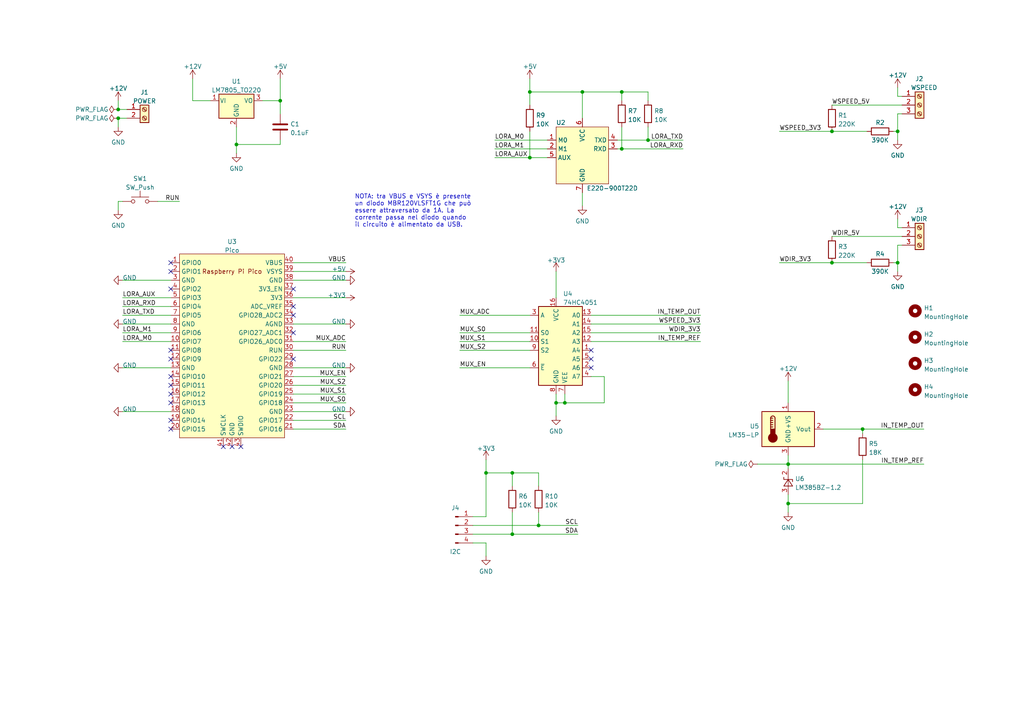
<source format=kicad_sch>
(kicad_sch (version 20211123) (generator eeschema)
  (paper "A4")
  (lib_symbols
    (symbol "74xx:74HC4051"
      (property "Reference" "U" (at -5.08 11.43 0))
      (property "Value" "74HC4051" (at -7.62 -13.97 0))
      (symbol "74HC4051_0_1"
        (rectangle (start -5.08 10.16) (end 7.62 -12.7) (stroke (width 0.254)) (fill (type background)))
      )
      (symbol "74HC4051_1_1"
        (pin passive line (at 10.16 -2.54 180) (length 2.54) (name "A4") (number "1"))
        (pin input line (at -7.62 0 0) (length 2.54) (name "S1") (number "10"))
        (pin input line (at -7.62 2.54 0) (length 2.54) (name "S0") (number "11"))
        (pin passive line (at 10.16 0 180) (length 2.54) (name "A3") (number "12"))
        (pin passive line (at 10.16 7.62 180) (length 2.54) (name "A0") (number "13"))
        (pin passive line (at 10.16 5.08 180) (length 2.54) (name "A1") (number "14"))
        (pin passive line (at 10.16 2.54 180) (length 2.54) (name "A2") (number "15"))
        (pin power_in line (at 0 12.7 270) (length 2.54) (name "VCC") (number "16"))
        (pin passive line (at 10.16 -7.62 180) (length 2.54) (name "A6") (number "2"))
        (pin passive line (at -7.62 7.62 0) (length 2.54) (name "A") (number "3"))
        (pin passive line (at 10.16 -10.16 180) (length 2.54) (name "A7") (number "4"))
        (pin passive line (at 10.16 -5.08 180) (length 2.54) (name "A5") (number "5"))
        (pin input line (at -7.62 -7.62 0) (length 2.54) (name "~{E}") (number "6"))
        (pin power_in line (at 2.54 -15.24 90) (length 2.54) (name "VEE") (number "7"))
        (pin power_in line (at 0 -15.24 90) (length 2.54) (name "GND") (number "8"))
        (pin input line (at -7.62 -2.54 0) (length 2.54) (name "S2") (number "9"))
      )
    )
    (symbol "Connector:Conn_01x04_Male" (pin_names (offset 1.016) hide)
      (property "Reference" "J" (at 0 5.08 0))
      (property "Value" "Conn_01x04_Male" (at 0 -7.62 0))
      (symbol "Conn_01x04_Male_1_1"
        (polyline (pts (xy 1.27 -5.08) (xy 0.8636 -5.08)) (stroke (width 0.1524)))
        (polyline (pts (xy 1.27 -2.54) (xy 0.8636 -2.54)) (stroke (width 0.1524)))
        (polyline (pts (xy 1.27 0) (xy 0.8636 0)) (stroke (width 0.1524)))
        (polyline (pts (xy 1.27 2.54) (xy 0.8636 2.54)) (stroke (width 0.1524)))
        (rectangle (start 0.8636 -4.953) (end 0 -5.207) (stroke (width 0.1524)) (fill (type outline)))
        (rectangle (start 0.8636 -2.413) (end 0 -2.667) (stroke (width 0.1524)) (fill (type outline)))
        (rectangle (start 0.8636 0.127) (end 0 -0.127) (stroke (width 0.1524)) (fill (type outline)))
        (rectangle (start 0.8636 2.667) (end 0 2.413) (stroke (width 0.1524)) (fill (type outline)))
        (pin passive line (at 5.08 2.54 180) (length 3.81) (name "Pin_1") (number "1"))
        (pin passive line (at 5.08 0 180) (length 3.81) (name "Pin_2") (number "2"))
        (pin passive line (at 5.08 -2.54 180) (length 3.81) (name "Pin_3") (number "3"))
        (pin passive line (at 5.08 -5.08 180) (length 3.81) (name "Pin_4") (number "4"))
      )
    )
    (symbol "Connector:Screw_Terminal_01x02" (pin_names (offset 1.016) hide)
      (property "Reference" "J" (at 0 2.54 0))
      (property "Value" "Screw_Terminal_01x02" (at 0 -5.08 0))
      (symbol "Screw_Terminal_01x02_1_1"
        (rectangle (start -1.27 1.27) (end 1.27 -3.81) (stroke (width 0.254)) (fill (type background)))
        (circle (center 0 -2.54) (radius 0.635) (stroke (width 0.1524)))
        (polyline (pts (xy -0.5334 -2.2098) (xy 0.3302 -3.048)) (stroke (width 0.1524)))
        (polyline (pts (xy -0.5334 0.3302) (xy 0.3302 -0.508)) (stroke (width 0.1524)))
        (polyline (pts (xy -0.3556 -2.032) (xy 0.508 -2.8702)) (stroke (width 0.1524)))
        (polyline (pts (xy -0.3556 0.508) (xy 0.508 -0.3302)) (stroke (width 0.1524)))
        (circle (center 0 0) (radius 0.635) (stroke (width 0.1524)))
        (pin passive line (at -5.08 0 0) (length 3.81) (name "Pin_1") (number "1"))
        (pin passive line (at -5.08 -2.54 0) (length 3.81) (name "Pin_2") (number "2"))
      )
    )
    (symbol "Connector:Screw_Terminal_01x03" (pin_names (offset 1.016) hide)
      (property "Reference" "J" (at 0 5.08 0))
      (property "Value" "Screw_Terminal_01x03" (at 0 -5.08 0))
      (symbol "Screw_Terminal_01x03_1_1"
        (rectangle (start -1.27 3.81) (end 1.27 -3.81) (stroke (width 0.254)) (fill (type background)))
        (circle (center 0 -2.54) (radius 0.635) (stroke (width 0.1524)))
        (polyline (pts (xy -0.5334 -2.2098) (xy 0.3302 -3.048)) (stroke (width 0.1524)))
        (polyline (pts (xy -0.5334 0.3302) (xy 0.3302 -0.508)) (stroke (width 0.1524)))
        (polyline (pts (xy -0.5334 2.8702) (xy 0.3302 2.032)) (stroke (width 0.1524)))
        (polyline (pts (xy -0.3556 -2.032) (xy 0.508 -2.8702)) (stroke (width 0.1524)))
        (polyline (pts (xy -0.3556 0.508) (xy 0.508 -0.3302)) (stroke (width 0.1524)))
        (polyline (pts (xy -0.3556 3.048) (xy 0.508 2.2098)) (stroke (width 0.1524)))
        (circle (center 0 0) (radius 0.635) (stroke (width 0.1524)))
        (circle (center 0 2.54) (radius 0.635) (stroke (width 0.1524)))
        (pin passive line (at -5.08 2.54 0) (length 3.81) (name "Pin_1") (number "1"))
        (pin passive line (at -5.08 0 0) (length 3.81) (name "Pin_2") (number "2"))
        (pin passive line (at -5.08 -2.54 0) (length 3.81) (name "Pin_3") (number "3"))
      )
    )
    (symbol "Device:C" (pin_numbers hide) (pin_names (offset 0.254))
      (property "Reference" "C" (at 0.635 2.54 0))
      (property "Value" "C" (at 0.635 -2.54 0))
      (symbol "C_0_1"
        (polyline (pts (xy -2.032 -0.762) (xy 2.032 -0.762)) (stroke (width 0.508)))
        (polyline (pts (xy -2.032 0.762) (xy 2.032 0.762)) (stroke (width 0.508)))
      )
      (symbol "C_1_1"
        (pin passive line (at 0 3.81 270) (length 2.794) (name "~") (number "1"))
        (pin passive line (at 0 -3.81 90) (length 2.794) (name "~") (number "2"))
      )
    )
    (symbol "Device:R" (pin_numbers hide) (pin_names (offset 0))
      (property "Reference" "R" (at 2.032 0 90))
      (property "Value" "R" (at 0 0 90))
      (symbol "R_0_1"
        (rectangle (start -1.016 -2.54) (end 1.016 2.54) (stroke (width 0.254)))
      )
      (symbol "R_1_1"
        (pin passive line (at 0 3.81 270) (length 1.27) (name "~") (number "1"))
        (pin passive line (at 0 -3.81 90) (length 1.27) (name "~") (number "2"))
      )
    )
    (symbol "EBYTE:E220-900T22D"
      (property "Reference" "U" (at -5.08 8.89 0))
      (property "Value" "E220-900T22D" (at 8.89 8.89 0))
      (symbol "E220-900T22D_0_1"
        (polyline (pts (xy -7.62 7.62) (xy 7.62 7.62) (xy 7.62 -8.89) (xy -7.62 -8.89) (xy -7.62 7.62)) (stroke (width 0.1524)) (fill (type background)))
      )
      (symbol "E220-900T22D_1_1"
        (pin input line (at -10.16 3.81 0) (length 2.54) (name "M0") (number "1"))
        (pin input line (at -10.16 1.27 0) (length 2.54) (name "M1") (number "2"))
        (pin input line (at 10.16 1.27 180) (length 2.54) (name "RXD") (number "3"))
        (pin output line (at 10.16 3.81 180) (length 2.54) (name "TXD") (number "4"))
        (pin output line (at -10.16 -1.27 0) (length 2.54) (name "AUX") (number "5"))
        (pin input line (at 0 10.16 270) (length 2.54) (name "VCC") (number "6"))
        (pin input line (at 0 -11.43 90) (length 2.54) (name "GND") (number "7"))
      )
    )
    (symbol "MCU_RaspberryPi_and_Boards:Pico"
      (property "Reference" "U" (at -13.97 27.94 0))
      (property "Value" "Pico" (at 0 19.05 0))
      (symbol "Pico_0_0"
        (text "Raspberry Pi Pico" (at 0 21.59 0) (effects (font (size 1.27 1.27))))
      )
      (symbol "Pico_0_1"
        (rectangle (start -15.24 26.67) (end 15.24 -26.67) (fill (type background)))
      )
      (symbol "Pico_1_1"
        (pin bidirectional line (at -17.78 24.13 0) (length 2.54) (name "GPIO0") (number "1"))
        (pin bidirectional line (at -17.78 1.27 0) (length 2.54) (name "GPIO7") (number "10"))
        (pin bidirectional line (at -17.78 -1.27 0) (length 2.54) (name "GPIO8") (number "11"))
        (pin bidirectional line (at -17.78 -3.81 0) (length 2.54) (name "GPIO9") (number "12"))
        (pin power_in line (at -17.78 -6.35 0) (length 2.54) (name "GND") (number "13"))
        (pin bidirectional line (at -17.78 -8.89 0) (length 2.54) (name "GPIO10") (number "14"))
        (pin bidirectional line (at -17.78 -11.43 0) (length 2.54) (name "GPIO11") (number "15"))
        (pin bidirectional line (at -17.78 -13.97 0) (length 2.54) (name "GPIO12") (number "16"))
        (pin bidirectional line (at -17.78 -16.51 0) (length 2.54) (name "GPIO13") (number "17"))
        (pin power_in line (at -17.78 -19.05 0) (length 2.54) (name "GND") (number "18"))
        (pin bidirectional line (at -17.78 -21.59 0) (length 2.54) (name "GPIO14") (number "19"))
        (pin bidirectional line (at -17.78 21.59 0) (length 2.54) (name "GPIO1") (number "2"))
        (pin bidirectional line (at -17.78 -24.13 0) (length 2.54) (name "GPIO15") (number "20"))
        (pin bidirectional line (at 17.78 -24.13 180) (length 2.54) (name "GPIO16") (number "21"))
        (pin bidirectional line (at 17.78 -21.59 180) (length 2.54) (name "GPIO17") (number "22"))
        (pin power_in line (at 17.78 -19.05 180) (length 2.54) (name "GND") (number "23"))
        (pin bidirectional line (at 17.78 -16.51 180) (length 2.54) (name "GPIO18") (number "24"))
        (pin bidirectional line (at 17.78 -13.97 180) (length 2.54) (name "GPIO19") (number "25"))
        (pin bidirectional line (at 17.78 -11.43 180) (length 2.54) (name "GPIO20") (number "26"))
        (pin bidirectional line (at 17.78 -8.89 180) (length 2.54) (name "GPIO21") (number "27"))
        (pin power_in line (at 17.78 -6.35 180) (length 2.54) (name "GND") (number "28"))
        (pin bidirectional line (at 17.78 -3.81 180) (length 2.54) (name "GPIO22") (number "29"))
        (pin power_in line (at -17.78 19.05 0) (length 2.54) (name "GND") (number "3"))
        (pin input line (at 17.78 -1.27 180) (length 2.54) (name "RUN") (number "30"))
        (pin bidirectional line (at 17.78 1.27 180) (length 2.54) (name "GPIO26_ADC0") (number "31"))
        (pin bidirectional line (at 17.78 3.81 180) (length 2.54) (name "GPIO27_ADC1") (number "32"))
        (pin power_in line (at 17.78 6.35 180) (length 2.54) (name "AGND") (number "33"))
        (pin bidirectional line (at 17.78 8.89 180) (length 2.54) (name "GPIO28_ADC2") (number "34"))
        (pin power_in line (at 17.78 11.43 180) (length 2.54) (name "ADC_VREF") (number "35"))
        (pin power_out line (at 17.78 13.97 180) (length 2.54) (name "3V3") (number "36"))
        (pin input line (at 17.78 16.51 180) (length 2.54) (name "3V3_EN") (number "37"))
        (pin power_in line (at 17.78 19.05 180) (length 2.54) (name "GND") (number "38"))
        (pin power_in line (at 17.78 21.59 180) (length 2.54) (name "VSYS") (number "39"))
        (pin bidirectional line (at -17.78 16.51 0) (length 2.54) (name "GPIO2") (number "4"))
        (pin power_in line (at 17.78 24.13 180) (length 2.54) (name "VBUS") (number "40"))
        (pin input line (at -2.54 -29.21 90) (length 2.54) (name "SWCLK") (number "41"))
        (pin power_in line (at 0 -29.21 90) (length 2.54) (name "GND") (number "42"))
        (pin bidirectional line (at 2.54 -29.21 90) (length 2.54) (name "SWDIO") (number "43"))
        (pin bidirectional line (at -17.78 13.97 0) (length 2.54) (name "GPIO3") (number "5"))
        (pin bidirectional line (at -17.78 11.43 0) (length 2.54) (name "GPIO4") (number "6"))
        (pin bidirectional line (at -17.78 8.89 0) (length 2.54) (name "GPIO5") (number "7"))
        (pin power_in line (at -17.78 6.35 0) (length 2.54) (name "GND") (number "8"))
        (pin bidirectional line (at -17.78 3.81 0) (length 2.54) (name "GPIO6") (number "9"))
      )
    )
    (symbol "Mechanical:MountingHole" (pin_names (offset 1.016))
      (property "Reference" "H" (at 0 5.08 0))
      (property "Value" "MountingHole" (at 0 3.175 0))
      (symbol "MountingHole_0_1"
        (circle (center 0 0) (radius 1.27) (stroke (width 1.27)))
      )
    )
    (symbol "Reference_Voltage:LM385BZ-1.2" (pin_names (offset 0.0254) hide)
      (property "Reference" "U" (at 0 2.54 0))
      (property "Value" "LM385BZ-1.2" (at 0 -3.175 0))
      (symbol "LM385BZ-1.2_0_1"
        (polyline (pts (xy -1.27 0) (xy 0 0) (xy 1.27 0)))
        (polyline (pts (xy -1.27 -1.27) (xy 0.635 0) (xy -1.27 1.27) (xy -1.27 -1.27)) (stroke (width 0.2032)))
        (polyline (pts (xy 0 -1.27) (xy 0.635 -1.27) (xy 0.635 1.27) (xy 1.27 1.27)) (stroke (width 0.2032)))
      )
      (symbol "LM385BZ-1.2_1_1"
        (pin passive line (at 3.81 0 180) (length 2.54) (name "K") (number "2"))
        (pin passive line (at -3.81 0 0) (length 2.54) (name "A") (number "3"))
      )
    )
    (symbol "Regulator_Linear:LM7805_TO220" (pin_names (offset 0.254))
      (property "Reference" "U" (at -3.81 3.175 0))
      (property "Value" "LM7805_TO220" (at 0 3.175 0))
      (symbol "LM7805_TO220_0_1"
        (rectangle (start -5.08 1.905) (end 5.08 -5.08) (stroke (width 0.254)) (fill (type background)))
      )
      (symbol "LM7805_TO220_1_1"
        (pin power_in line (at -7.62 0 0) (length 2.54) (name "VI") (number "1"))
        (pin power_in line (at 0 -7.62 90) (length 2.54) (name "GND") (number "2"))
        (pin power_out line (at 7.62 0 180) (length 2.54) (name "VO") (number "3"))
      )
    )
    (symbol "Sensor_Temperature:LM35-LP" (pin_names (offset 1.016))
      (property "Reference" "U" (at -6.35 6.35 0))
      (property "Value" "LM35-LP" (at 1.27 6.35 0))
      (symbol "LM35-LP_0_1"
        (rectangle (start -7.62 5.08) (end 7.62 -5.08) (stroke (width 0.254)) (fill (type background)))
        (circle (center -4.445 -2.54) (radius 1.27) (stroke (width 0.254)) (fill (type outline)))
        (rectangle (start -3.81 -1.905) (end -5.08 0) (stroke (width 0.254)) (fill (type outline)))
        (arc (start -3.81 3.175) (mid -4.445 3.81) (end -5.08 3.175) (stroke (width 0.254)))
        (polyline (pts (xy -5.08 0.635) (xy -4.445 0.635)) (stroke (width 0.254)))
        (polyline (pts (xy -5.08 1.27) (xy -4.445 1.27)) (stroke (width 0.254)))
        (polyline (pts (xy -5.08 1.905) (xy -4.445 1.905)) (stroke (width 0.254)))
        (polyline (pts (xy -5.08 2.54) (xy -4.445 2.54)) (stroke (width 0.254)))
        (polyline (pts (xy -5.08 3.175) (xy -5.08 0)) (stroke (width 0.254)))
        (polyline (pts (xy -5.08 3.175) (xy -4.445 3.175)) (stroke (width 0.254)))
        (polyline (pts (xy -3.81 3.175) (xy -3.81 0)) (stroke (width 0.254)))
      )
      (symbol "LM35-LP_1_1"
        (pin power_in line (at 0 7.62 270) (length 2.54) (name "+VS") (number "1"))
        (pin output line (at 10.16 0 180) (length 2.54) (name "Vout") (number "2"))
        (pin power_in line (at 0 -7.62 90) (length 2.54) (name "GND") (number "3"))
      )
    )
    (symbol "Switch:SW_Push" (pin_numbers hide) (pin_names (offset 1.016) hide)
      (property "Reference" "SW" (at 1.27 2.54 0))
      (property "Value" "SW_Push" (at 0 -1.524 0))
      (symbol "SW_Push_0_1"
        (circle (center -2.032 0) (radius 0.508))
        (polyline (pts (xy 0 1.27) (xy 0 3.048)))
        (polyline (pts (xy 2.54 1.27) (xy -2.54 1.27)))
        (circle (center 2.032 0) (radius 0.508))
        (pin passive line (at -5.08 0 0) (length 2.54) (name "1") (number "1"))
        (pin passive line (at 5.08 0 180) (length 2.54) (name "2") (number "2"))
      )
    )
    (symbol "power:+12V" (power) (pin_names (offset 0))
      (property "Value" "+12V" (at 0 3.556 0))
      (symbol "+12V_0_1"
        (polyline (pts (xy -0.762 1.27) (xy 0 2.54)))
        (polyline (pts (xy 0 0) (xy 0 2.54)))
        (polyline (pts (xy 0 2.54) (xy 0.762 1.27)))
      )
      (symbol "+12V_1_1"
        (pin power_in line (at 0 0 90) (length 0) hide (name "+12V") (number "1"))
      )
    )
    (symbol "power:+3.3V" (power) (pin_names (offset 0))
      (property "Value" "+3.3V" (at 0 3.556 0))
      (symbol "+3.3V_0_1"
        (polyline (pts (xy -0.762 1.27) (xy 0 2.54)))
        (polyline (pts (xy 0 0) (xy 0 2.54)))
        (polyline (pts (xy 0 2.54) (xy 0.762 1.27)))
      )
      (symbol "+3.3V_1_1"
        (pin power_in line (at 0 0 90) (length 0) hide (name "+3V3") (number "1"))
      )
    )
    (symbol "power:+5V" (power) (pin_names (offset 0))
      (property "Value" "+5V" (at 0 3.556 0))
      (symbol "+5V_0_1"
        (polyline (pts (xy -0.762 1.27) (xy 0 2.54)))
        (polyline (pts (xy 0 0) (xy 0 2.54)))
        (polyline (pts (xy 0 2.54) (xy 0.762 1.27)))
      )
      (symbol "+5V_1_1"
        (pin power_in line (at 0 0 90) (length 0) hide (name "+5V") (number "1"))
      )
    )
    (symbol "power:GND" (power) (pin_names (offset 0))
      (property "Value" "GND" (at 0 -3.81 0))
      (symbol "GND_0_1"
        (polyline (pts (xy 0 0) (xy 0 -1.27) (xy 1.27 -1.27) (xy 0 -2.54) (xy -1.27 -1.27) (xy 0 -1.27)))
      )
      (symbol "GND_1_1"
        (pin power_in line (at 0 0 270) (length 0) hide (name "GND") (number "1"))
      )
    )
    (symbol "power:PWR_FLAG" (power) (pin_numbers hide) (pin_names (offset 0) hide)
      (property "Value" "PWR_FLAG" (at 0 3.81 0))
      (symbol "PWR_FLAG_0_0"
        (pin power_out line (at 0 0 90) (length 0) (name "pwr") (number "1"))
      )
      (symbol "PWR_FLAG_0_1"
        (polyline (pts (xy 0 0) (xy 0 1.27) (xy -1.016 1.905) (xy 0 2.54) (xy 1.016 1.905) (xy 0 1.27)))
      )
    )
  )
  (junction (at 228.6 146.05))
  (junction (at 140.97 137.16))
  (junction (at 153.67 26.67))
  (junction (at 241.3 38.1))
  (junction (at 153.67 45.72))
  (junction (at 161.29 116.84))
  (junction (at 241.3 76.2))
  (junction (at 228.6 134.62))
  (junction (at 68.58 41.91))
  (junction (at 148.59 137.16))
  (junction (at 156.21 152.4))
  (junction (at 81.28 29.21))
  (junction (at 163.83 116.84))
  (junction (at 250.19 124.46))
  (junction (at 260.35 38.1))
  (junction (at 168.91 26.67))
  (junction (at 180.34 43.18))
  (junction (at 187.96 40.64))
  (junction (at 34.29 31.75))
  (junction (at 260.35 76.2))
  (junction (at 34.29 34.29))
  (junction (at 148.59 154.94))
  (junction (at 180.34 26.67))
  (no_connect (at 171.45 106.68))
  (no_connect (at 171.45 104.14))
  (no_connect (at 171.45 101.6))
  (no_connect (at 67.31 129.54))
  (no_connect (at 49.53 83.82))
  (no_connect (at 49.53 76.2))
  (no_connect (at 49.53 78.74))
  (no_connect (at 49.53 109.22))
  (no_connect (at 49.53 101.6))
  (no_connect (at 49.53 104.14))
  (no_connect (at 49.53 111.76))
  (no_connect (at 49.53 114.3))
  (no_connect (at 49.53 116.84))
  (no_connect (at 64.77 129.54))
  (no_connect (at 69.85 129.54))
  (no_connect (at 49.53 121.92))
  (no_connect (at 49.53 124.46))
  (no_connect (at 85.09 96.52))
  (no_connect (at 85.09 91.44))
  (no_connect (at 85.09 88.9))
  (no_connect (at 85.09 83.82))
  (no_connect (at 85.09 104.14))
  (wire (pts (xy 148.59 137.16) (xy 148.59 140.97)))
  (wire (pts (xy 261.62 66.04) (xy 260.35 66.04)))
  (wire (pts (xy 260.35 71.12) (xy 260.35 76.2)))
  (wire (pts (xy 168.91 55.88) (xy 168.91 59.69)))
  (wire (pts (xy 100.33 93.98) (xy 85.09 93.98)))
  (wire (pts (xy 85.09 99.06) (xy 100.33 99.06)))
  (wire (pts (xy 259.08 76.2) (xy 260.35 76.2)))
  (wire (pts (xy 187.96 36.83) (xy 187.96 40.64)))
  (wire (pts (xy 143.51 45.72) (xy 153.67 45.72)))
  (wire (pts (xy 133.35 106.68) (xy 153.67 106.68)))
  (wire (pts (xy 241.3 68.58) (xy 261.62 68.58)))
  (wire (pts (xy 153.67 45.72) (xy 158.75 45.72)))
  (wire (pts (xy 161.29 78.74) (xy 161.29 86.36)))
  (wire (pts (xy 85.09 109.22) (xy 100.33 109.22)))
  (wire (pts (xy 179.07 43.18) (xy 180.34 43.18)))
  (wire (pts (xy 171.45 99.06) (xy 203.2 99.06)))
  (wire (pts (xy 261.62 71.12) (xy 260.35 71.12)))
  (wire (pts (xy 85.09 111.76) (xy 100.33 111.76)))
  (wire (pts (xy 148.59 148.59) (xy 148.59 154.94)))
  (wire (pts (xy 137.16 152.4) (xy 156.21 152.4)))
  (wire (pts (xy 85.09 124.46) (xy 100.33 124.46)))
  (wire (pts (xy 168.91 26.67) (xy 180.34 26.67)))
  (wire (pts (xy 161.29 114.3) (xy 161.29 116.84)))
  (wire (pts (xy 133.35 101.6) (xy 153.67 101.6)))
  (wire (pts (xy 250.19 133.35) (xy 250.19 146.05)))
  (wire (pts (xy 85.09 86.36) (xy 100.33 86.36)))
  (wire (pts (xy 163.83 114.3) (xy 163.83 116.84)))
  (wire (pts (xy 153.67 22.86) (xy 153.67 26.67)))
  (wire (pts (xy 171.45 93.98) (xy 203.2 93.98)))
  (wire (pts (xy 143.51 43.18) (xy 158.75 43.18)))
  (wire (pts (xy 85.09 76.2) (xy 100.33 76.2)))
  (wire (pts (xy 140.97 137.16) (xy 148.59 137.16)))
  (wire (pts (xy 85.09 101.6) (xy 100.33 101.6)))
  (wire (pts (xy 55.88 29.21) (xy 60.96 29.21)))
  (wire (pts (xy 35.56 106.68) (xy 49.53 106.68)))
  (wire (pts (xy 68.58 36.83) (xy 68.58 41.91)))
  (wire (pts (xy 34.29 29.21) (xy 34.29 31.75)))
  (wire (pts (xy 241.3 30.48) (xy 261.62 30.48)))
  (wire (pts (xy 187.96 40.64) (xy 198.12 40.64)))
  (wire (pts (xy 76.2 29.21) (xy 81.28 29.21)))
  (wire (pts (xy 250.19 146.05) (xy 228.6 146.05)))
  (wire (pts (xy 175.26 109.22) (xy 171.45 109.22)))
  (wire (pts (xy 35.56 81.28) (xy 49.53 81.28)))
  (wire (pts (xy 36.83 34.29) (xy 34.29 34.29)))
  (wire (pts (xy 35.56 96.52) (xy 49.53 96.52)))
  (wire (pts (xy 180.34 26.67) (xy 187.96 26.67)))
  (wire (pts (xy 140.97 133.35) (xy 140.97 137.16)))
  (wire (pts (xy 228.6 134.62) (xy 267.97 134.62)))
  (wire (pts (xy 260.35 38.1) (xy 260.35 40.64)))
  (wire (pts (xy 187.96 26.67) (xy 187.96 29.21)))
  (wire (pts (xy 226.06 76.2) (xy 241.3 76.2)))
  (wire (pts (xy 100.33 106.68) (xy 85.09 106.68)))
  (wire (pts (xy 180.34 36.83) (xy 180.34 43.18)))
  (wire (pts (xy 81.28 40.64) (xy 81.28 41.91)))
  (wire (pts (xy 34.29 34.29) (xy 34.29 36.83)))
  (wire (pts (xy 137.16 154.94) (xy 148.59 154.94)))
  (wire (pts (xy 250.19 124.46) (xy 267.97 124.46)))
  (wire (pts (xy 35.56 99.06) (xy 49.53 99.06)))
  (wire (pts (xy 153.67 38.1) (xy 153.67 45.72)))
  (wire (pts (xy 250.19 124.46) (xy 250.19 125.73)))
  (wire (pts (xy 228.6 134.62) (xy 228.6 135.89)))
  (wire (pts (xy 260.35 76.2) (xy 260.35 78.74)))
  (wire (pts (xy 261.62 33.02) (xy 260.35 33.02)))
  (wire (pts (xy 261.62 27.94) (xy 260.35 27.94)))
  (wire (pts (xy 153.67 30.48) (xy 153.67 26.67)))
  (wire (pts (xy 175.26 116.84) (xy 163.83 116.84)))
  (wire (pts (xy 55.88 22.86) (xy 55.88 29.21)))
  (wire (pts (xy 171.45 96.52) (xy 203.2 96.52)))
  (wire (pts (xy 153.67 26.67) (xy 168.91 26.67)))
  (wire (pts (xy 34.29 60.96) (xy 34.29 58.42)))
  (wire (pts (xy 85.09 121.92) (xy 100.33 121.92)))
  (wire (pts (xy 34.29 58.42) (xy 35.56 58.42)))
  (wire (pts (xy 85.09 78.74) (xy 100.33 78.74)))
  (wire (pts (xy 45.72 58.42) (xy 52.07 58.42)))
  (wire (pts (xy 81.28 29.21) (xy 81.28 22.86)))
  (wire (pts (xy 228.6 132.08) (xy 228.6 134.62)))
  (wire (pts (xy 259.08 38.1) (xy 260.35 38.1)))
  (wire (pts (xy 180.34 43.18) (xy 198.12 43.18)))
  (wire (pts (xy 85.09 114.3) (xy 100.33 114.3)))
  (wire (pts (xy 260.35 63.5) (xy 260.35 66.04)))
  (wire (pts (xy 137.16 149.86) (xy 140.97 149.86)))
  (wire (pts (xy 241.3 76.2) (xy 251.46 76.2)))
  (wire (pts (xy 35.56 86.36) (xy 49.53 86.36)))
  (wire (pts (xy 36.83 31.75) (xy 34.29 31.75)))
  (wire (pts (xy 226.06 38.1) (xy 241.3 38.1)))
  (wire (pts (xy 148.59 137.16) (xy 156.21 137.16)))
  (wire (pts (xy 241.3 38.1) (xy 251.46 38.1)))
  (wire (pts (xy 133.35 91.44) (xy 153.67 91.44)))
  (wire (pts (xy 140.97 157.48) (xy 140.97 161.29)))
  (wire (pts (xy 85.09 116.84) (xy 100.33 116.84)))
  (wire (pts (xy 81.28 29.21) (xy 81.28 33.02)))
  (wire (pts (xy 175.26 109.22) (xy 175.26 116.84)))
  (wire (pts (xy 35.56 91.44) (xy 49.53 91.44)))
  (wire (pts (xy 219.71 134.62) (xy 228.6 134.62)))
  (wire (pts (xy 100.33 119.38) (xy 85.09 119.38)))
  (wire (pts (xy 158.75 40.64) (xy 143.51 40.64)))
  (wire (pts (xy 171.45 91.44) (xy 203.2 91.44)))
  (wire (pts (xy 35.56 93.98) (xy 49.53 93.98)))
  (wire (pts (xy 260.35 25.4) (xy 260.35 27.94)))
  (wire (pts (xy 260.35 33.02) (xy 260.35 38.1)))
  (wire (pts (xy 156.21 140.97) (xy 156.21 137.16)))
  (wire (pts (xy 68.58 41.91) (xy 68.58 44.45)))
  (wire (pts (xy 156.21 152.4) (xy 167.64 152.4)))
  (wire (pts (xy 137.16 157.48) (xy 140.97 157.48)))
  (wire (pts (xy 228.6 143.51) (xy 228.6 146.05)))
  (wire (pts (xy 228.6 110.49) (xy 228.6 116.84)))
  (wire (pts (xy 133.35 96.52) (xy 153.67 96.52)))
  (wire (pts (xy 161.29 116.84) (xy 163.83 116.84)))
  (wire (pts (xy 168.91 26.67) (xy 168.91 34.29)))
  (wire (pts (xy 133.35 99.06) (xy 153.67 99.06)))
  (wire (pts (xy 179.07 40.64) (xy 187.96 40.64)))
  (wire (pts (xy 35.56 88.9) (xy 49.53 88.9)))
  (wire (pts (xy 35.56 119.38) (xy 49.53 119.38)))
  (wire (pts (xy 180.34 26.67) (xy 180.34 29.21)))
  (wire (pts (xy 148.59 154.94) (xy 167.64 154.94)))
  (wire (pts (xy 81.28 41.91) (xy 68.58 41.91)))
  (wire (pts (xy 161.29 116.84) (xy 161.29 120.65)))
  (wire (pts (xy 238.76 124.46) (xy 250.19 124.46)))
  (wire (pts (xy 228.6 146.05) (xy 228.6 148.59)))
  (wire (pts (xy 140.97 137.16) (xy 140.97 149.86)))
  (wire (pts (xy 156.21 148.59) (xy 156.21 152.4)))
  (wire (pts (xy 100.33 81.28) (xy 85.09 81.28)))
  (text "NOTA: tra VBUS e VSYS è presente \nun diodo MBR120VLSFT1G che può\nessere attraversato da 1A. La \ncorrente passa nel diodo quando\nil circuito è alimentato da USB." (at 102.87 66.04 0) (effects (font (size 1.27 1.27)) (justify left bottom)))
  (label "SCL" (at 100.33 121.92 180))
  (label "MUX_ADC" (at 100.33 99.06 180))
  (label "LORA_AUX" (at 143.51 45.72 0))
  (label "WSPEED_3V3" (at 226.06 38.1 0))
  (label "MUX_EN" (at 100.33 109.22 180))
  (label "MUX_S0" (at 133.35 96.52 0))
  (label "LORA_M1" (at 35.56 96.52 0))
  (label "LORA_TXD" (at 35.56 91.44 0))
  (label "WDIR_3V3" (at 226.06 76.2 0))
  (label "LORA_TXD" (at 198.12 40.64 180))
  (label "IN_TEMP_OUT" (at 267.97 124.46 180))
  (label "IN_TEMP_REF" (at 267.97 134.62 180))
  (label "IN_TEMP_REF" (at 203.2 99.06 180))
  (label "SDA" (at 100.33 124.46 180))
  (label "LORA_M0" (at 143.51 40.64 0))
  (label "MUX_S1" (at 133.35 99.06 0))
  (label "IN_TEMP_OUT" (at 203.2 91.44 180))
  (label "MUX_EN" (at 133.35 106.68 0))
  (label "LORA_M0" (at 35.56 99.06 0))
  (label "MUX_S1" (at 100.33 114.3 180))
  (label "MUX_ADC" (at 133.35 91.44 0))
  (label "WSPEED_3V3" (at 203.2 93.98 180))
  (label "SDA" (at 167.64 154.94 180))
  (label "SCL" (at 167.64 152.4 180))
  (label "LORA_RXD" (at 198.12 43.18 180))
  (label "RUN" (at 52.07 58.42 180))
  (label "MUX_S2" (at 133.35 101.6 0))
  (label "VBUS" (at 100.33 76.2 180))
  (label "RUN" (at 100.33 101.6 180))
  (label "MUX_S2" (at 100.33 111.76 180))
  (label "WSPEED_5V" (at 241.3 30.48 0))
  (label "LORA_AUX" (at 35.56 86.36 0))
  (label "LORA_M1" (at 143.51 43.18 0))
  (label "WDIR_5V" (at 241.3 68.58 0))
  (label "WDIR_3V3" (at 203.2 96.52 180))
  (label "LORA_RXD" (at 35.56 88.9 0))
  (label "MUX_S0" (at 100.33 116.84 180))
  (symbol (lib_id "Switch:SW_Push") (at 40.64 58.42 0) (unit 1)
    (property "Reference" "SW1" (at 40.64 51.7992 0))
    (property "Value" "SW_Push" (at 40.64 54.3361 0))
    (property "Footprint" "Button_Switch_THT:SW_PUSH_6mm_H5mm" (effects hide))
  )
  (symbol (lib_id "power:+5V") (at 153.67 22.86 0) (unit 1)
    (property "Reference" "#PWR0127" (effects hide))
    (property "Value" "+5V" (at 153.67 19.2842 0))
  )
  (symbol (lib_id "power:GND") (at 260.35 40.64 0) (mirror y) (unit 1)
    (property "Reference" "#PWR0111" (effects hide))
    (property "Value" "GND" (at 260.35 45.0834 0))
  )
  (symbol (lib_id "power:+12V") (at 260.35 63.5 0) (mirror y) (unit 1)
    (property "Reference" "#PWR0115" (effects hide))
    (property "Value" "+12V" (at 260.35 59.9242 0))
  )
  (symbol (lib_id "Device:R") (at 187.96 33.02 0) (unit 1)
    (property "Reference" "R8" (at 189.738 32.1853 0) (effects (justify left)))
    (property "Value" "10K" (at 189.738 34.7222 0) (effects (justify left)))
    (property "Footprint" "Resistor_THT:R_Axial_DIN0207_L6.3mm_D2.5mm_P10.16mm_Horizontal" (effects hide))
  )
  (symbol (lib_id "power:GND") (at 140.97 161.29 0) (unit 1)
    (property "Reference" "#PWR0129" (effects hide))
    (property "Value" "GND" (at 140.97 165.7334 0))
  )
  (symbol (lib_id "Device:R") (at 180.34 33.02 0) (unit 1)
    (property "Reference" "R7" (at 182.118 32.1853 0) (effects (justify left)))
    (property "Value" "10K" (at 182.118 34.7222 0) (effects (justify left)))
    (property "Footprint" "Resistor_THT:R_Axial_DIN0207_L6.3mm_D2.5mm_P10.16mm_Horizontal" (effects hide))
  )
  (symbol (lib_id "power:GND") (at 100.33 81.28 90) (mirror x) (unit 1)
    (property "Reference" "#PWR0122" (effects hide))
    (property "Value" "GND" (at 100.33 81.28 90) (effects (justify left bottom)))
  )
  (symbol (lib_id "Device:R") (at 241.3 34.29 0) (unit 1)
    (property "Reference" "R1" (at 243.078 33.4553 0) (effects (justify left)))
    (property "Value" "220K" (at 243.078 35.9922 0) (effects (justify left)))
    (property "Footprint" "Resistor_THT:R_Axial_DIN0207_L6.3mm_D2.5mm_P10.16mm_Horizontal" (effects hide))
  )
  (symbol (lib_id "power:+12V") (at 260.35 25.4 0) (mirror y) (unit 1)
    (property "Reference" "#PWR0112" (effects hide))
    (property "Value" "+12V" (at 260.35 21.8242 0))
  )
  (symbol (lib_id "power:GND") (at 35.56 93.98 270) (unit 1)
    (property "Reference" "#PWR0105" (effects hide))
    (property "Value" "GND" (at 35.56 93.98 90) (effects (justify left bottom)))
  )
  (symbol (lib_id "power:GND") (at 100.33 93.98 90) (mirror x) (unit 1)
    (property "Reference" "#PWR0123" (effects hide))
    (property "Value" "GND" (at 100.33 93.98 90) (effects (justify left bottom)))
  )
  (symbol (lib_id "Reference_Voltage:LM385BZ-1.2") (at 228.6 139.7 90) (unit 1)
    (property "Reference" "U6" (at 230.6066 138.8653 90) (effects (justify right)))
    (property "Value" "LM385BZ-1.2" (at 230.6066 141.4022 90) (effects (justify right)))
    (property "Footprint" "Package_TO_SOT_THT:TO-92_Inline" (effects hide))
    (property "Datasheet" "http://www.onsemi.com/pub_link/Collateral/LM285-D.PDF" (effects hide))
  )
  (symbol (lib_id "EBYTE:E220-900T22D") (at 168.91 44.45 0) (unit 1)
    (property "Reference" "U2" (at 161.29 35.56 0) (effects (justify left)))
    (property "Value" "E220-900T22D" (at 170.18 54.61 0) (effects (justify left)))
    (property "Footprint" "EBYTE:E220-900T22D" (effects hide))
  )
  (symbol (lib_id "Device:R") (at 255.27 76.2 90) (unit 1)
    (property "Reference" "R4" (at 255.27 73.66 90))
    (property "Value" "390K" (at 255.27 78.74 90))
    (property "Footprint" "Resistor_THT:R_Axial_DIN0207_L6.3mm_D2.5mm_P10.16mm_Horizontal" (effects hide))
  )
  (symbol (lib_id "MCU_RaspberryPi_and_Boards:Pico") (at 67.31 100.33 0) (unit 1)
    (property "Reference" "U3" (at 67.31 70.0872 0))
    (property "Value" "Pico" (at 67.31 72.6241 0))
    (property "Footprint" "MCU_RaspberryPi_and_Boards:RPi_Pico_SMD_TH" (effects hide))
  )
  (symbol (lib_id "74xx:74HC4051") (at 161.29 99.06 0) (unit 1)
    (property "Reference" "U4" (at 163.3094 85.2002 0) (effects (justify left)))
    (property "Value" "74HC4051" (at 163.3094 87.7371 0) (effects (justify left)))
    (property "Footprint" "Package_DIP:DIP-16_W7.62mm" (effects hide))
    (property "Datasheet" "http://www.ti.com/lit/ds/symlink/cd74hc4051.pdf" (effects hide))
  )
  (symbol (lib_id "Connector:Screw_Terminal_01x03") (at 266.7 30.48 0) (unit 1)
    (property "Reference" "J2" (at 265.43 22.86 0) (effects (justify left)))
    (property "Value" "WSPEED" (at 264.16 25.4 0) (effects (justify left)))
    (property "Footprint" "TerminalBlock_TE-Connectivity:TerminalBlock_TE_282834-3_1x03_P2.54mm_Horizontal" (effects hide))
  )
  (symbol (lib_id "Device:R") (at 153.67 34.29 0) (unit 1)
    (property "Reference" "R9" (at 155.448 33.4553 0) (effects (justify left)))
    (property "Value" "10K" (at 155.448 35.9922 0) (effects (justify left)))
    (property "Footprint" "Resistor_THT:R_Axial_DIN0207_L6.3mm_D2.5mm_P10.16mm_Horizontal" (effects hide))
  )
  (symbol (lib_id "power:PWR_FLAG") (at 219.71 134.62 90) (unit 1)
    (property "Reference" "#FLG0102" (effects hide))
    (property "Value" "PWR_FLAG" (at 216.9 134.62 90) (effects (justify left)))
  )
  (symbol (lib_id "Device:R") (at 255.27 38.1 90) (unit 1)
    (property "Reference" "R2" (at 255.27 35.56 90))
    (property "Value" "390K" (at 255.27 40.64 90))
    (property "Footprint" "Resistor_THT:R_Axial_DIN0207_L6.3mm_D2.5mm_P10.16mm_Horizontal" (effects hide))
  )
  (symbol (lib_id "power:GND") (at 260.35 78.74 0) (mirror y) (unit 1)
    (property "Reference" "#PWR0116" (effects hide))
    (property "Value" "GND" (at 260.35 83.1834 0))
  )
  (symbol (lib_id "power:PWR_FLAG") (at 34.29 34.29 90) (unit 1)
    (property "Reference" "#FLG0104" (effects hide))
    (property "Value" "PWR_FLAG" (at 31.48 34.29 90) (effects (justify left)))
  )
  (symbol (lib_id "Sensor_Temperature:LM35-LP") (at 228.6 124.46 0) (unit 1)
    (property "Reference" "U5" (at 220.218 123.6253 0) (effects (justify right)))
    (property "Value" "LM35-LP" (at 220.218 126.1622 0) (effects (justify right)))
    (property "Footprint" "Package_TO_SOT_THT:TO-92L_Inline_Wide" (effects hide))
    (property "Datasheet" "http://www.ti.com/lit/ds/symlink/lm35.pdf" (effects hide))
  )
  (symbol (lib_id "power:GND") (at 34.29 60.96 0) (unit 1)
    (property "Reference" "#PWR0121" (effects hide))
    (property "Value" "GND" (at 34.29 65.4034 0))
  )
  (symbol (lib_id "Mechanical:MountingHole") (at 265.43 97.79 0) (unit 1)
    (property "Reference" "H2" (at 267.97 96.9553 0) (effects (justify left)))
    (property "Value" "MountingHole" (at 267.97 99.4922 0) (effects (justify left)))
    (property "Footprint" "MountingHole:MountingHole_3.2mm_M3" (effects hide))
  )
  (symbol (lib_id "power:+3.3V") (at 100.33 86.36 270) (unit 1)
    (property "Reference" "#PWR0101" (effects hide))
    (property "Value" "+3.3V" (at 100.33 86.36 90) (effects (justify right bottom)))
  )
  (symbol (lib_id "power:+5V") (at 81.28 22.86 0) (unit 1)
    (property "Reference" "#PWR0109" (effects hide))
    (property "Value" "+5V" (at 81.28 19.2842 0))
  )
  (symbol (lib_id "Connector:Conn_01x04_Male") (at 132.08 152.4 0) (unit 1)
    (property "Reference" "J4" (at 132.08 147.32 0))
    (property "Value" "I2C" (at 132.08 160.02 0))
    (property "Footprint" "TerminalBlock_TE-Connectivity:TerminalBlock_TE_282834-4_1x04_P2.54mm_Horizontal" (effects hide))
  )
  (symbol (lib_id "Device:R") (at 250.19 129.54 0) (unit 1)
    (property "Reference" "R5" (at 251.968 128.7053 0) (effects (justify left)))
    (property "Value" "18K" (at 251.968 131.2422 0) (effects (justify left)))
    (property "Footprint" "Resistor_THT:R_Axial_DIN0207_L6.3mm_D2.5mm_P10.16mm_Horizontal" (effects hide))
  )
  (symbol (lib_id "power:GND") (at 34.29 36.83 0) (mirror y) (unit 1)
    (property "Reference" "#PWR0125" (effects hide))
    (property "Value" "GND" (at 34.29 41.2734 0))
  )
  (symbol (lib_id "power:+12V") (at 55.88 22.86 0) (unit 1)
    (property "Reference" "#PWR0107" (effects hide))
    (property "Value" "+12V" (at 55.88 19.2842 0))
  )
  (symbol (lib_id "Mechanical:MountingHole") (at 265.43 90.17 0) (unit 1)
    (property "Reference" "H1" (at 267.97 89.3353 0) (effects (justify left)))
    (property "Value" "MountingHole" (at 267.97 91.8722 0) (effects (justify left)))
    (property "Footprint" "MountingHole:MountingHole_3.2mm_M3" (effects hide))
  )
  (symbol (lib_id "power:GND") (at 168.91 59.69 0) (unit 1)
    (property "Reference" "#PWR0110" (effects hide))
    (property "Value" "GND" (at 168.91 64.1334 0))
  )
  (symbol (lib_id "power:GND") (at 35.56 81.28 270) (unit 1)
    (property "Reference" "#PWR0106" (effects hide))
    (property "Value" "GND" (at 35.56 81.28 90) (effects (justify left bottom)))
  )
  (symbol (lib_id "power:GND") (at 161.29 120.65 0) (unit 1)
    (property "Reference" "#PWR0114" (effects hide))
    (property "Value" "GND" (at 161.29 125.0934 0))
  )
  (symbol (lib_id "Mechanical:MountingHole") (at 265.43 105.41 0) (unit 1)
    (property "Reference" "H3" (at 267.97 104.5753 0) (effects (justify left)))
    (property "Value" "MountingHole" (at 267.97 107.1122 0) (effects (justify left)))
    (property "Footprint" "MountingHole:MountingHole_3.2mm_M3" (effects hide))
  )
  (symbol (lib_id "power:GND") (at 228.6 148.59 0) (unit 1)
    (property "Reference" "#PWR0119" (effects hide))
    (property "Value" "GND" (at 228.6 153.0334 0))
  )
  (symbol (lib_id "Connector:Screw_Terminal_01x02") (at 41.91 31.75 0) (unit 1)
    (property "Reference" "J1" (at 41.91 26.7802 0))
    (property "Value" "POWER" (at 41.91 29.3171 0))
    (property "Footprint" "TerminalBlock:TerminalBlock_bornier-2_P5.08mm" (effects hide))
  )
  (symbol (lib_id "Device:R") (at 148.59 144.78 0) (unit 1)
    (property "Reference" "R6" (at 150.368 143.9453 0) (effects (justify left)))
    (property "Value" "10K" (at 150.368 146.4822 0) (effects (justify left)))
    (property "Footprint" "Resistor_THT:R_Axial_DIN0207_L6.3mm_D2.5mm_P10.16mm_Horizontal" (effects hide))
  )
  (symbol (lib_id "power:+3.3V") (at 161.29 78.74 0) (unit 1)
    (property "Reference" "#PWR0113" (effects hide))
    (property "Value" "+3.3V" (at 161.29 76.2 0) (effects (justify bottom)))
  )
  (symbol (lib_id "power:GND") (at 100.33 106.68 90) (mirror x) (unit 1)
    (property "Reference" "#PWR0118" (effects hide))
    (property "Value" "GND" (at 100.33 106.68 90) (effects (justify left bottom)))
  )
  (symbol (lib_id "Connector:Screw_Terminal_01x03") (at 266.7 68.58 0) (unit 1)
    (property "Reference" "J3" (at 265.43 60.96 0) (effects (justify left)))
    (property "Value" "WDIR" (at 264.16 63.5 0) (effects (justify left)))
    (property "Footprint" "TerminalBlock_TE-Connectivity:TerminalBlock_TE_282834-3_1x03_P2.54mm_Horizontal" (effects hide))
  )
  (symbol (lib_id "Device:R") (at 241.3 72.39 0) (unit 1)
    (property "Reference" "R3" (at 243.078 71.5553 0) (effects (justify left)))
    (property "Value" "220K" (at 243.078 74.0922 0) (effects (justify left)))
    (property "Footprint" "Resistor_THT:R_Axial_DIN0207_L6.3mm_D2.5mm_P10.16mm_Horizontal" (effects hide))
  )
  (symbol (lib_id "power:GND") (at 68.58 44.45 0) (unit 1)
    (property "Reference" "#PWR0108" (effects hide))
    (property "Value" "GND" (at 68.58 48.8934 0))
  )
  (symbol (lib_id "power:+12V") (at 34.29 29.21 0) (mirror y) (unit 1)
    (property "Reference" "#PWR0124" (effects hide))
    (property "Value" "+12V" (at 34.29 25.6342 0))
  )
  (symbol (lib_id "power:GND") (at 35.56 106.68 270) (unit 1)
    (property "Reference" "#PWR0104" (effects hide))
    (property "Value" "GND" (at 35.56 106.68 90) (effects (justify left bottom)))
  )
  (symbol (lib_id "power:PWR_FLAG") (at 34.29 31.75 90) (unit 1)
    (property "Reference" "#FLG0103" (effects hide))
    (property "Value" "PWR_FLAG" (at 31.48 31.75 90) (effects (justify left)))
  )
  (symbol (lib_id "Mechanical:MountingHole") (at 265.43 113.03 0) (unit 1)
    (property "Reference" "H4" (at 267.97 112.1953 0) (effects (justify left)))
    (property "Value" "MountingHole" (at 267.97 114.7322 0) (effects (justify left)))
    (property "Footprint" "MountingHole:MountingHole_3.2mm_M3" (effects hide))
  )
  (symbol (lib_id "power:+3.3V") (at 140.97 133.35 0) (unit 1)
    (property "Reference" "#PWR0128" (effects hide))
    (property "Value" "+3.3V" (at 140.97 130.81 0) (effects (justify bottom)))
  )
  (symbol (lib_id "Device:R") (at 156.21 144.78 0) (unit 1)
    (property "Reference" "R10" (at 157.988 143.9453 0) (effects (justify left)))
    (property "Value" "10K" (at 157.988 146.4822 0) (effects (justify left)))
    (property "Footprint" "Resistor_THT:R_Axial_DIN0207_L6.3mm_D2.5mm_P10.16mm_Horizontal" (effects hide))
  )
  (symbol (lib_id "power:GND") (at 100.33 119.38 90) (mirror x) (unit 1)
    (property "Reference" "#PWR0120" (effects hide))
    (property "Value" "GND" (at 100.33 119.38 90) (effects (justify left bottom)))
  )
  (symbol (lib_id "Regulator_Linear:LM7805_TO220") (at 68.58 29.21 0) (unit 1)
    (property "Reference" "U1" (at 68.58 23.6052 0))
    (property "Value" "LM7805_TO220" (at 68.58 26.1421 0))
    (property "Footprint" "Package_TO_SOT_THT:TO-220-3_Vertical" (effects hide))
    (property "Datasheet" "https://www.onsemi.cn/PowerSolutions/document/MC7800-D.PDF" (effects hide))
  )
  (symbol (lib_id "power:GND") (at 35.56 119.38 270) (unit 1)
    (property "Reference" "#PWR0102" (effects hide))
    (property "Value" "GND" (at 35.56 119.38 90) (effects (justify left bottom)))
  )
  (symbol (lib_id "Device:C") (at 81.28 36.83 0) (unit 1)
    (property "Reference" "C1" (at 84.201 35.9953 0) (effects (justify left)))
    (property "Value" "0.1uF" (at 84.201 38.5322 0) (effects (justify left)))
    (property "Footprint" "Capacitor_THT:C_Disc_D5.0mm_W2.5mm_P5.00mm" (effects hide))
  )
  (symbol (lib_id "power:+12V") (at 228.6 110.49 0) (unit 1)
    (property "Reference" "#PWR0117" (effects hide))
    (property "Value" "+12V" (at 228.6 106.9142 0))
  )
  (symbol (lib_id "power:+5V") (at 100.33 78.74 270) (unit 1)
    (property "Reference" "#PWR0126" (effects hide))
    (property "Value" "+5V" (at 100.33 78.74 90) (effects (justify right bottom)))
  )
)
</source>
